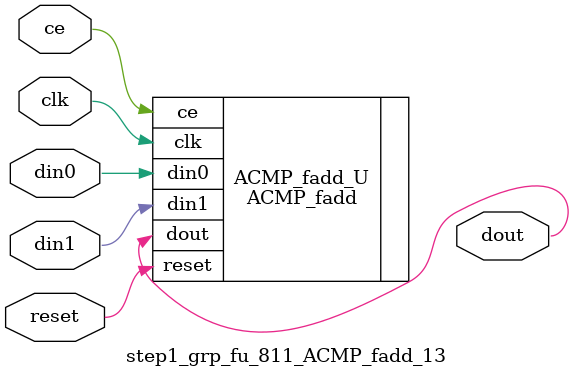
<source format=v>

`timescale 1 ns / 1 ps
module step1_grp_fu_811_ACMP_fadd_13(
    clk,
    reset,
    ce,
    din0,
    din1,
    dout);

parameter ID = 32'd1;
parameter NUM_STAGE = 32'd1;
parameter din0_WIDTH = 32'd1;
parameter din1_WIDTH = 32'd1;
parameter dout_WIDTH = 32'd1;
input clk;
input reset;
input ce;
input[din0_WIDTH - 1:0] din0;
input[din1_WIDTH - 1:0] din1;
output[dout_WIDTH - 1:0] dout;



ACMP_fadd #(
.ID( ID ),
.NUM_STAGE( 5 ),
.din0_WIDTH( din0_WIDTH ),
.din1_WIDTH( din1_WIDTH ),
.dout_WIDTH( dout_WIDTH ))
ACMP_fadd_U(
    .clk( clk ),
    .reset( reset ),
    .ce( ce ),
    .din0( din0 ),
    .din1( din1 ),
    .dout( dout ));

endmodule

</source>
